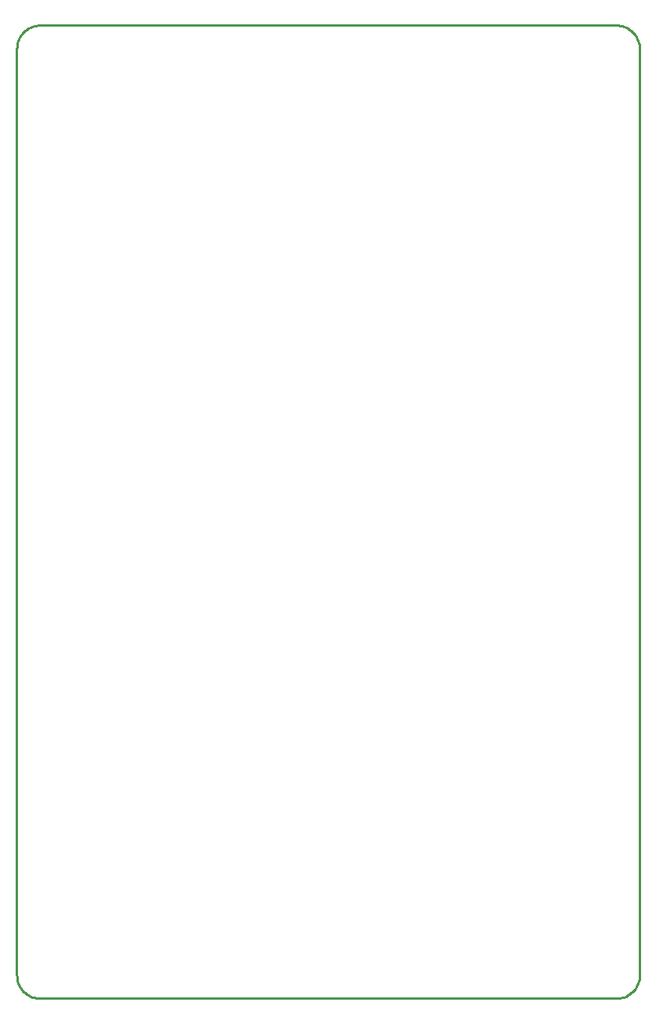
<source format=gbr>
G04 EAGLE Gerber RS-274X export*
G75*
%MOMM*%
%FSLAX34Y34*%
%LPD*%
%IN*%
%IPPOS*%
%AMOC8*
5,1,8,0,0,1.08239X$1,22.5*%
G01*
G04 Define Apertures*
%ADD10C,0.254000*%
D10*
X-355600Y25400D02*
X-355503Y23186D01*
X-355214Y20989D01*
X-354735Y18826D01*
X-354068Y16713D01*
X-353220Y14666D01*
X-352197Y12700D01*
X-351006Y10831D01*
X-349658Y9073D01*
X-348161Y7440D01*
X-346527Y5942D01*
X-344769Y4594D01*
X-342900Y3403D01*
X-340935Y2380D01*
X-338887Y1532D01*
X-336774Y865D01*
X-334611Y386D01*
X-332414Y97D01*
X-330200Y0D01*
X291900Y0D01*
X294114Y97D01*
X296311Y386D01*
X298474Y865D01*
X300587Y1532D01*
X302635Y2380D01*
X304600Y3403D01*
X306469Y4594D01*
X308227Y5942D01*
X309861Y7440D01*
X311358Y9073D01*
X312706Y10831D01*
X313897Y12700D01*
X314920Y14666D01*
X315768Y16713D01*
X316435Y18826D01*
X316914Y20989D01*
X317203Y23186D01*
X317300Y25400D01*
X317300Y1025400D01*
X317203Y1027614D01*
X316914Y1029811D01*
X316435Y1031974D01*
X315768Y1034087D01*
X314920Y1036135D01*
X313897Y1038100D01*
X312706Y1039969D01*
X311358Y1041727D01*
X309861Y1043361D01*
X308227Y1044858D01*
X306469Y1046206D01*
X304600Y1047397D01*
X302635Y1048420D01*
X300587Y1049268D01*
X298474Y1049935D01*
X296311Y1050414D01*
X294114Y1050703D01*
X291900Y1050800D01*
X-330200Y1050800D01*
X-332414Y1050703D01*
X-334611Y1050414D01*
X-336774Y1049935D01*
X-338887Y1049268D01*
X-340935Y1048420D01*
X-342900Y1047397D01*
X-344769Y1046206D01*
X-346527Y1044858D01*
X-348161Y1043361D01*
X-349658Y1041727D01*
X-351006Y1039969D01*
X-352197Y1038100D01*
X-353220Y1036135D01*
X-354068Y1034087D01*
X-354735Y1031974D01*
X-355214Y1029811D01*
X-355503Y1027614D01*
X-355600Y1025400D01*
X-355600Y25400D01*
M02*

</source>
